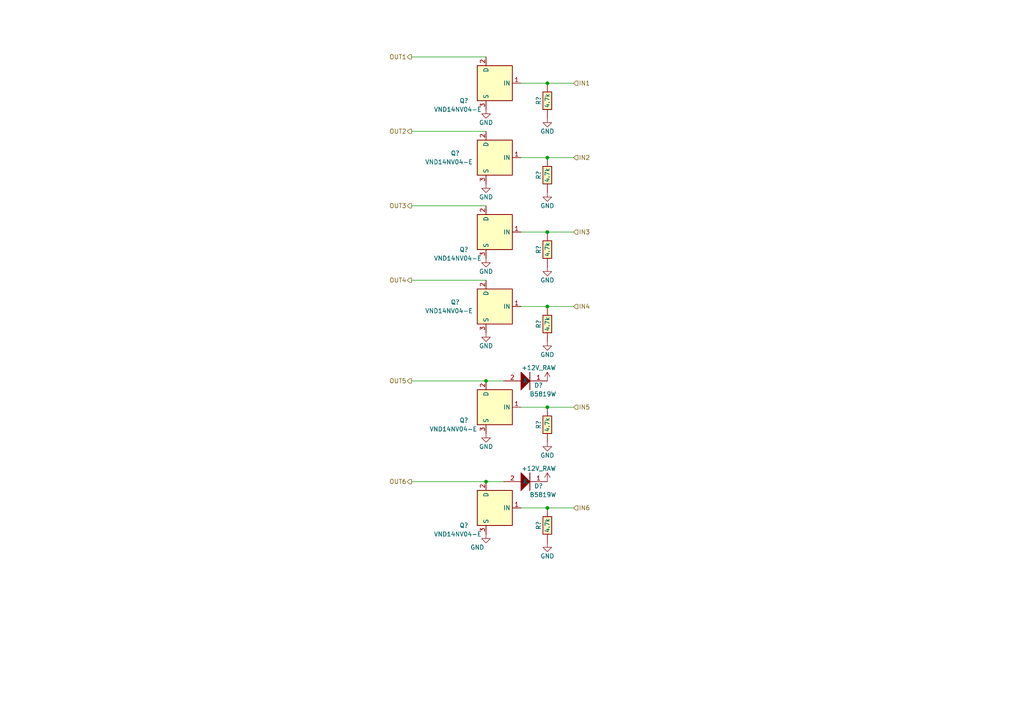
<source format=kicad_sch>
(kicad_sch (version 20230121) (generator eeschema)
  (paper "A4")
  (lib_symbols
    (symbol "Power_Management:AUIPS2041L"
      (property "Reference" "U" (at 3.81 1.27 0))
      (property "Value" "AUIPS2041L" (at 3.81 -1.27 0))
      (symbol "AUIPS2041L_0_1"
        (rectangle (start -7.62 5.08) (end 2.54 -5.08) (stroke (width 0.254)) (fill (type background)))
      )
      (symbol "AUIPS2041L_1_1"
        (pin input line (at -10.16 0 0) (length 2.54) (name "IN") (number "1"))
        (pin passive line (at 0 7.62 270) (length 2.54) (name "D") (number "2"))
        (pin power_in line (at 0 -7.62 90) (length 2.54) (name "S") (number "3"))
      )
    )
    (symbol "hellen-one-common:+12V_RAW" (power) (pin_names (offset 0))
      (property "Value" "+12V_RAW" (at 0 3.556 0))
      (symbol "+12V_RAW_0_1"
        (polyline (pts (xy -0.762 1.27) (xy 0 2.54)))
        (polyline (pts (xy 0 0) (xy 0 2.54)))
        (polyline (pts (xy 0 2.54) (xy 0.762 1.27)))
      )
      (symbol "+12V_RAW_1_1"
        (pin power_in line (at 0 0 90) (length 0) hide (name "+12V_RAW") (number "1"))
      )
    )
    (symbol "hellen-one-common:1N4148WS"
      (property "Reference" "D" (at 0 2.54 0))
      (property "Value" "1N4148WS" (at 0 -3.81 0))
      (symbol "1N4148WS_1_0"
        (polyline (pts (xy 2.54 2.54) (xy 2.54 -2.54)) (stroke (width 0.254)))
        (polyline (pts (xy 0 -2.54) (xy 2.54 0) (xy 0 2.54) (xy 0 -2.54)) (stroke (width 0.254)) (fill (type outline)))
        (pin passive line (at 7.62 0 180) (length 5.08) (name "K") (number "1"))
        (pin passive line (at -5.08 0 0) (length 5.08) (name "A") (number "2"))
      )
    )
    (symbol "hellen-one-common:Res" (pin_numbers hide)
      (property "Reference" "R" (at 3.81 2.54 0))
      (property "Value" "Res" (at 5.08 -2.54 0))
      (symbol "Res_1_0"
        (rectangle (start 2.54 -1.27) (end 7.62 1.27) (stroke (width 0.254)) (fill (type background)))
        (pin passive line (at 0 0 0) (length 2.54) (name "") (number "1"))
        (pin passive line (at 10.16 0 180) (length 2.54) (name "") (number "2"))
      )
    )
    (symbol "power:GND" (power) (pin_names (offset 0))
      (property "Value" "GND" (at 0 -3.81 0))
      (symbol "GND_0_1"
        (polyline (pts (xy 0 0) (xy 0 -1.27) (xy 1.27 -1.27) (xy 0 -2.54) (xy -1.27 -1.27) (xy 0 -1.27)))
      )
      (symbol "GND_1_1"
        (pin power_in line (at 0 0 270) (length 0) hide (name "GND") (number "1"))
      )
    )
  )
  (junction (at 158.75 118.11))
  (junction (at 140.97 110.49))
  (junction (at 158.75 147.32))
  (junction (at 158.75 67.31))
  (junction (at 158.75 24.13))
  (junction (at 158.75 88.9))
  (junction (at 158.75 45.72))
  (junction (at 140.97 139.7))
  (wire (pts (xy 166.37 45.72) (xy 158.75 45.72)))
  (wire (pts (xy 158.75 45.72) (xy 151.13 45.72)))
  (wire (pts (xy 158.75 88.9) (xy 151.13 88.9)))
  (wire (pts (xy 119.38 59.69) (xy 140.97 59.69)))
  (wire (pts (xy 166.37 88.9) (xy 158.75 88.9)))
  (wire (pts (xy 166.37 118.11) (xy 158.75 118.11)))
  (wire (pts (xy 140.97 110.49) (xy 146.05 110.49)))
  (wire (pts (xy 166.37 24.13) (xy 158.75 24.13)))
  (wire (pts (xy 119.38 81.28) (xy 140.97 81.28)))
  (wire (pts (xy 158.75 147.32) (xy 151.13 147.32)))
  (wire (pts (xy 166.37 67.31) (xy 158.75 67.31)))
  (wire (pts (xy 158.75 118.11) (xy 151.13 118.11)))
  (wire (pts (xy 166.37 147.32) (xy 158.75 147.32)))
  (wire (pts (xy 119.38 16.51) (xy 140.97 16.51)))
  (wire (pts (xy 119.38 38.1) (xy 140.97 38.1)))
  (wire (pts (xy 158.75 24.13) (xy 151.13 24.13)))
  (wire (pts (xy 119.38 139.7) (xy 140.97 139.7)))
  (wire (pts (xy 119.38 110.49) (xy 140.97 110.49)))
  (wire (pts (xy 158.75 67.31) (xy 151.13 67.31)))
  (wire (pts (xy 140.97 139.7) (xy 146.05 139.7)))
  (hierarchical_label "IN6" (shape input) (at 166.37 147.32 0))
  (hierarchical_label "IN4" (shape input) (at 166.37 88.9 0))
  (hierarchical_label "IN5" (shape input) (at 166.37 118.11 0))
  (hierarchical_label "OUT1" (shape output) (at 119.38 16.51 180))
  (hierarchical_label "IN2" (shape input) (at 166.37 45.72 0))
  (hierarchical_label "OUT4" (shape output) (at 119.38 81.28 180))
  (hierarchical_label "IN3" (shape input) (at 166.37 67.31 0))
  (hierarchical_label "OUT3" (shape output) (at 119.38 59.69 180))
  (hierarchical_label "IN1" (shape input) (at 166.37 24.13 0))
  (hierarchical_label "OUT6" (shape output) (at 119.38 139.7 180))
  (hierarchical_label "OUT5" (shape output) (at 119.38 110.49 180))
  (hierarchical_label "OUT2" (shape output) (at 119.38 38.1 180))
  (symbol (lib_id "Power_Management:AUIPS2041L") (at 140.97 67.31 0) (mirror y) (unit 1)
    (property "Reference" "Q?" (at 135.89 72.39 0) (effects (justify left)))
    (property "Value" "VND14NV04-E" (at 139.7 74.93 0) (effects (justify left)))
    (property "Footprint" "hellen-one-common:DPAK" (effects hide))
    (property "Datasheet" "https://www.infineon.com/dgdl/Infineon-AUIPS2041-DS-v01_00-EN.pdf?fileId=5546d4625a888733015aae147a9d4c57" (effects hide))
    (property "LCSC" "C155647" (effects hide))
    (instances (project "alphax_2ch" (path "" (reference "Q?") (unit 1)) (path "" (reference "Q18") (unit 1))))
  )
  (symbol (lib_id "power:GND") (at 140.97 125.73 0) (mirror y) (unit 1)
    (property "Reference" "#PWR?" (effects hide))
    (property "Value" "GND" (at 140.97 129.54 0))
    (instances (project "alphax_2ch" (path "" (reference "#PWR?") (unit 1)) (path "" (reference "#PWR0139") (unit 1))))
  )
  (symbol (lib_id "hellen-one-common:Res") (at 158.75 118.11 270) (unit 1)
    (property "Reference" "R?" (at 156.21 123.19 0))
    (property "Value" "4.7k" (at 158.75 123.19 0))
    (property "Footprint" "hellen-one-common:R0603" (effects hide))
    (property "LCSC" "C23162" (effects hide))
    (instances (project "alphax_2ch" (path "" (reference "R?") (unit 1)) (path "" (reference "R30") (unit 1))))
  )
  (symbol (lib_id "power:GND") (at 158.75 99.06 0) (mirror y) (unit 1)
    (property "Reference" "#PWR?" (effects hide))
    (property "Value" "GND" (at 158.75 102.87 0))
    (instances (project "alphax_2ch" (path "" (reference "#PWR?") (unit 1)) (path "" (reference "#PWR062") (unit 1))))
  )
  (symbol (lib_id "Power_Management:AUIPS2041L") (at 140.97 88.9 0) (mirror y) (unit 1)
    (property "Reference" "Q?" (at 133.35 87.63 0) (effects (justify left)))
    (property "Value" "VND14NV04-E" (at 137.16 90.17 0) (effects (justify left)))
    (property "Footprint" "hellen-one-common:DPAK" (effects hide))
    (property "Datasheet" "https://www.infineon.com/dgdl/Infineon-AUIPS2041-DS-v01_00-EN.pdf?fileId=5546d4625a888733015aae147a9d4c57" (effects hide))
    (property "LCSC" " C155647" (effects hide))
    (instances (project "alphax_2ch" (path "" (reference "Q?") (unit 1)) (path "" (reference "Q19") (unit 1))))
  )
  (symbol (lib_id "hellen-one-common:1N4148WS") (at 151.13 110.49 0) (unit 1)
    (property "Reference" "D?" (at 156.21 111.76 0))
    (property "Value" "B5819W" (at 157.48 114.3 0))
    (property "Footprint" "hellen-one-common:SOD-123" (effects hide))
    (property "LCSC" "C8598" (effects hide))
    (instances (project "alphax_2ch" (path "" (reference "D?") (unit 1)) (path "" (reference "D51") (unit 1))))
  )
  (symbol (lib_id "hellen-one-common:Res") (at 158.75 67.31 270) (unit 1)
    (property "Reference" "R?" (at 156.21 72.39 0))
    (property "Value" "4.7k" (at 158.75 72.39 0))
    (property "Footprint" "hellen-one-common:R0603" (effects hide))
    (property "LCSC" "C23162" (effects hide))
    (instances (project "alphax_2ch" (path "" (reference "R?") (unit 1)) (path "" (reference "R49") (unit 1))))
  )
  (symbol (lib_id "hellen-one-common:+12V_RAW") (at 158.75 110.49 0) (mirror y) (unit 1)
    (property "Reference" "#PWR?" (effects hide))
    (property "Value" "+12V_RAW" (at 161.29 106.68 0) (effects (justify left)))
    (instances (project "alphax_2ch" (path "" (reference "#PWR?") (unit 1)) (path "" (reference "#PWR0144") (unit 1))))
  )
  (symbol (lib_id "hellen-one-common:Res") (at 158.75 45.72 270) (unit 1)
    (property "Reference" "R?" (at 156.21 50.8 0))
    (property "Value" "4.7k" (at 158.75 50.8 0))
    (property "Footprint" "hellen-one-common:R0603" (effects hide))
    (property "LCSC" "C23162" (effects hide))
    (instances (project "alphax_2ch" (path "" (reference "R?") (unit 1)) (path "" (reference "R30") (unit 1))))
  )
  (symbol (lib_id "Power_Management:AUIPS2041L") (at 140.97 45.72 0) (mirror y) (unit 1)
    (property "Reference" "Q?" (at 133.35 44.45 0) (effects (justify left)))
    (property "Value" "VND14NV04-E" (at 137.16 46.99 0) (effects (justify left)))
    (property "Footprint" "hellen-one-common:DPAK" (effects hide))
    (property "Datasheet" "https://www.infineon.com/dgdl/Infineon-AUIPS2041-DS-v01_00-EN.pdf?fileId=5546d4625a888733015aae147a9d4c57" (effects hide))
    (property "LCSC" " C155647" (effects hide))
    (instances (project "alphax_2ch" (path "" (reference "Q?") (unit 1)) (path "" (reference "Q7") (unit 1))))
  )
  (symbol (lib_id "power:GND") (at 140.97 154.94 0) (mirror y) (unit 1)
    (property "Reference" "#PWR?" (effects hide))
    (property "Value" "GND" (at 138.43 158.75 0))
    (instances (project "alphax_2ch" (path "" (reference "#PWR?") (unit 1)) (path "" (reference "#PWR0143") (unit 1))))
  )
  (symbol (lib_id "power:GND") (at 140.97 53.34 0) (mirror y) (unit 1)
    (property "Reference" "#PWR?" (effects hide))
    (property "Value" "GND" (at 140.97 57.15 0))
    (instances (project "alphax_2ch" (path "" (reference "#PWR?") (unit 1)) (path "" (reference "#PWR036") (unit 1))))
  )
  (symbol (lib_id "power:GND") (at 140.97 31.75 0) (mirror y) (unit 1)
    (property "Reference" "#PWR?" (effects hide))
    (property "Value" "GND" (at 140.97 35.56 0))
    (instances (project "alphax_2ch" (path "" (reference "#PWR?") (unit 1)) (path "" (reference "#PWR035") (unit 1))))
  )
  (symbol (lib_id "power:GND") (at 158.75 55.88 0) (mirror y) (unit 1)
    (property "Reference" "#PWR?" (effects hide))
    (property "Value" "GND" (at 158.75 59.69 0))
    (instances (project "alphax_2ch" (path "" (reference "#PWR?") (unit 1)) (path "" (reference "#PWR035") (unit 1))))
  )
  (symbol (lib_id "Power_Management:AUIPS2041L") (at 140.97 147.32 0) (mirror y) (unit 1)
    (property "Reference" "Q?" (at 135.89 152.4 0) (effects (justify left)))
    (property "Value" "VND14NV04-E" (at 139.7 154.94 0) (effects (justify left)))
    (property "Footprint" "hellen-one-common:DPAK" (effects hide))
    (property "Datasheet" "https://www.infineon.com/dgdl/Infineon-AUIPS2041-DS-v01_00-EN.pdf?fileId=5546d4625a888733015aae147a9d4c57" (effects hide))
    (property "LCSC" "C155647" (effects hide))
    (instances (project "alphax_2ch" (path "" (reference "Q?") (unit 1)) (path "" (reference "Q30") (unit 1))))
  )
  (symbol (lib_id "hellen-one-common:+12V_RAW") (at 158.75 139.7 0) (mirror y) (unit 1)
    (property "Reference" "#PWR?" (effects hide))
    (property "Value" "+12V_RAW" (at 161.29 135.89 0) (effects (justify left)))
    (instances (project "alphax_2ch" (path "" (reference "#PWR?") (unit 1)) (path "" (reference "#PWR0144") (unit 1))))
  )
  (symbol (lib_id "power:GND") (at 140.97 96.52 0) (mirror y) (unit 1)
    (property "Reference" "#PWR?" (effects hide))
    (property "Value" "GND" (at 140.97 100.33 0))
    (instances (project "alphax_2ch" (path "" (reference "#PWR?") (unit 1)) (path "" (reference "#PWR058") (unit 1))))
  )
  (symbol (lib_id "power:GND") (at 140.97 74.93 0) (mirror y) (unit 1)
    (property "Reference" "#PWR?" (effects hide))
    (property "Value" "GND" (at 140.97 78.74 0))
    (instances (project "alphax_2ch" (path "" (reference "#PWR?") (unit 1)) (path "" (reference "#PWR057") (unit 1))))
  )
  (symbol (lib_id "power:GND") (at 158.75 157.48 0) (mirror y) (unit 1)
    (property "Reference" "#PWR?" (effects hide))
    (property "Value" "GND" (at 158.75 161.29 0))
    (instances (project "alphax_2ch" (path "" (reference "#PWR?") (unit 1)) (path "" (reference "#PWR035") (unit 1))))
  )
  (symbol (lib_id "hellen-one-common:Res") (at 158.75 147.32 270) (unit 1)
    (property "Reference" "R?" (at 156.21 152.4 0))
    (property "Value" "4.7k" (at 158.75 152.4 0))
    (property "Footprint" "hellen-one-common:R0603" (effects hide))
    (property "LCSC" "C23162" (effects hide))
    (instances (project "alphax_2ch" (path "" (reference "R?") (unit 1)) (path "" (reference "R30") (unit 1))))
  )
  (symbol (lib_id "hellen-one-common:1N4148WS") (at 151.13 139.7 0) (unit 1)
    (property "Reference" "D?" (at 156.21 140.97 0))
    (property "Value" "B5819W" (at 157.48 143.51 0))
    (property "Footprint" "hellen-one-common:SOD-123" (effects hide))
    (property "LCSC" "C8598" (effects hide))
    (instances (project "alphax_2ch" (path "" (reference "D?") (unit 1)) (path "" (reference "D51") (unit 1))))
  )
  (symbol (lib_id "power:GND") (at 158.75 34.29 0) (mirror y) (unit 1)
    (property "Reference" "#PWR?" (effects hide))
    (property "Value" "GND" (at 158.75 38.1 0))
    (instances (project "alphax_2ch" (path "" (reference "#PWR?") (unit 1)) (path "" (reference "#PWR035") (unit 1))))
  )
  (symbol (lib_id "hellen-one-common:Res") (at 158.75 88.9 270) (unit 1)
    (property "Reference" "R?" (at 156.21 93.98 0))
    (property "Value" "4.7k" (at 158.75 93.98 0))
    (property "Footprint" "hellen-one-common:R0603" (effects hide))
    (property "LCSC" "C23162" (effects hide))
    (instances (project "alphax_2ch" (path "" (reference "R?") (unit 1)) (path "" (reference "R50") (unit 1))))
  )
  (symbol (lib_id "Power_Management:AUIPS2041L") (at 140.97 118.11 0) (mirror y) (unit 1)
    (property "Reference" "Q?" (at 135.89 121.92 0) (effects (justify left)))
    (property "Value" "VND14NV04-E" (at 138.43 124.46 0) (effects (justify left)))
    (property "Footprint" "hellen-one-common:DPAK" (effects hide))
    (property "Datasheet" "https://www.infineon.com/dgdl/Infineon-AUIPS2041-DS-v01_00-EN.pdf?fileId=5546d4625a888733015aae147a9d4c57" (effects hide))
    (property "LCSC" "C155647" (effects hide))
    (instances (project "alphax_2ch" (path "" (reference "Q?") (unit 1)) (path "" (reference "Q26") (unit 1))))
  )
  (symbol (lib_id "power:GND") (at 158.75 128.27 0) (mirror y) (unit 1)
    (property "Reference" "#PWR?" (effects hide))
    (property "Value" "GND" (at 158.75 132.08 0))
    (instances (project "alphax_2ch" (path "" (reference "#PWR?") (unit 1)) (path "" (reference "#PWR035") (unit 1))))
  )
  (symbol (lib_id "hellen-one-common:Res") (at 158.75 24.13 270) (unit 1)
    (property "Reference" "R?" (at 156.21 29.21 0))
    (property "Value" "4.7k" (at 158.75 29.21 0))
    (property "Footprint" "hellen-one-common:R0603" (effects hide))
    (property "LCSC" "C23162" (effects hide))
    (instances (project "alphax_2ch" (path "" (reference "R?") (unit 1)) (path "" (reference "R30") (unit 1))))
  )
  (symbol (lib_id "Power_Management:AUIPS2041L") (at 140.97 24.13 0) (mirror y) (unit 1)
    (property "Reference" "Q?" (at 135.89 29.21 0) (effects (justify left)))
    (property "Value" "VND14NV04-E" (at 139.7 31.75 0) (effects (justify left)))
    (property "Footprint" "hellen-one-common:DPAK" (effects hide))
    (property "Datasheet" "https://www.infineon.com/dgdl/Infineon-AUIPS2041-DS-v01_00-EN.pdf?fileId=5546d4625a888733015aae147a9d4c57" (effects hide))
    (property "LCSC" "C155647" (effects hide))
    (instances (project "alphax_2ch" (path "" (reference "Q?") (unit 1)) (path "" (reference "Q6") (unit 1))))
  )
  (symbol (lib_id "power:GND") (at 158.75 77.47 0) (mirror y) (unit 1)
    (property "Reference" "#PWR?" (effects hide))
    (property "Value" "GND" (at 158.75 81.28 0))
    (instances (project "alphax_2ch" (path "" (reference "#PWR?") (unit 1)) (path "" (reference "#PWR060") (unit 1))))
  )
)
</source>
